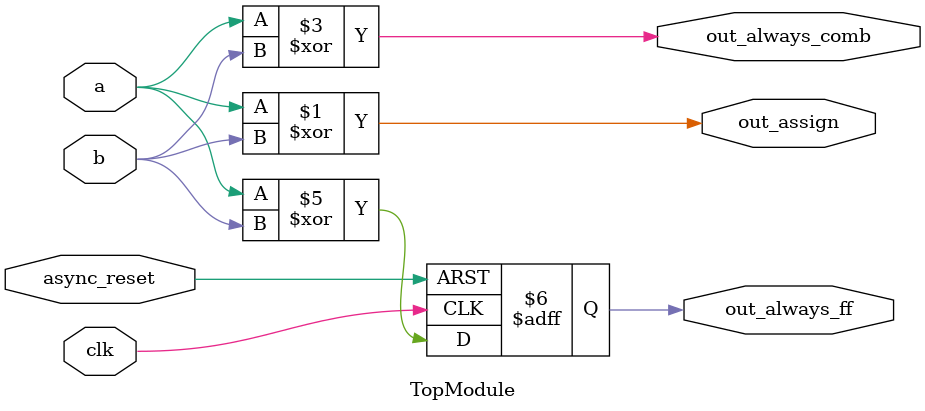
<source format=sv>
module TopModule (
    input logic clk,          // Clock signal, positive edge-triggered
    input logic async_reset,  // Asynchronous active-high reset
    input logic a,            // Single-bit input
    input logic b,            // Single-bit input
    output logic out_assign,  // Single-bit output for assign statement-based XOR
    output logic out_always_comb, // Single-bit output for combinational always block-based XOR
    output logic out_always_ff    // Single-bit output for clocked always block-based XOR
);

    // Assign statement-based XOR
    assign out_assign = a ^ b;

    // Combinational always block-based XOR
    always_comb begin
        out_always_comb = a ^ b;
    end

    // Clocked always block-based XOR with asynchronous reset
    always_ff @(posedge clk or posedge async_reset) begin
        if (async_reset) begin
            out_always_ff <= 1'b0;
        end else begin
            out_always_ff <= a ^ b;
        end
    end

endmodule
</source>
